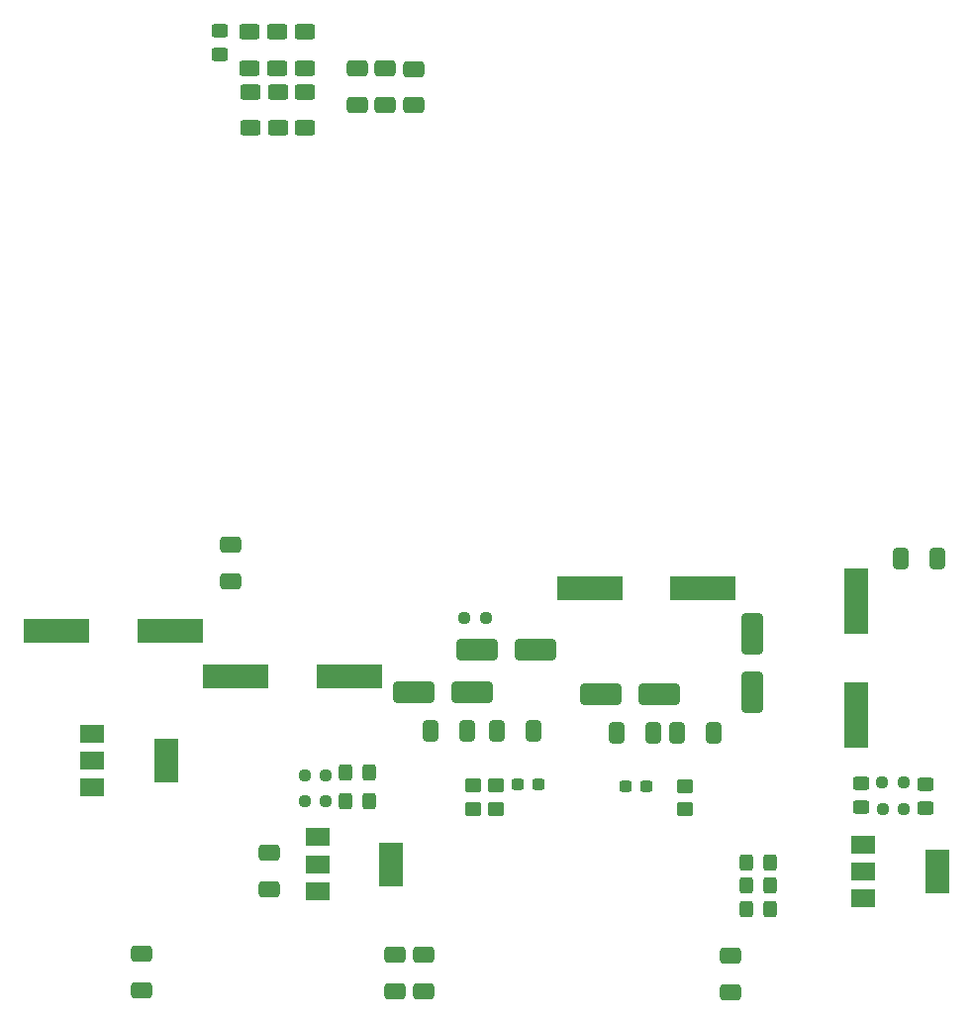
<source format=gbr>
%TF.GenerationSoftware,KiCad,Pcbnew,7.0.9*%
%TF.CreationDate,2024-01-25T19:07:54+05:30*%
%TF.ProjectId,Inverter,496e7665-7274-4657-922e-6b696361645f,rev?*%
%TF.SameCoordinates,Original*%
%TF.FileFunction,Paste,Bot*%
%TF.FilePolarity,Positive*%
%FSLAX46Y46*%
G04 Gerber Fmt 4.6, Leading zero omitted, Abs format (unit mm)*
G04 Created by KiCad (PCBNEW 7.0.9) date 2024-01-25 19:07:54*
%MOMM*%
%LPD*%
G01*
G04 APERTURE LIST*
G04 Aperture macros list*
%AMRoundRect*
0 Rectangle with rounded corners*
0 $1 Rounding radius*
0 $2 $3 $4 $5 $6 $7 $8 $9 X,Y pos of 4 corners*
0 Add a 4 corners polygon primitive as box body*
4,1,4,$2,$3,$4,$5,$6,$7,$8,$9,$2,$3,0*
0 Add four circle primitives for the rounded corners*
1,1,$1+$1,$2,$3*
1,1,$1+$1,$4,$5*
1,1,$1+$1,$6,$7*
1,1,$1+$1,$8,$9*
0 Add four rect primitives between the rounded corners*
20,1,$1+$1,$2,$3,$4,$5,0*
20,1,$1+$1,$4,$5,$6,$7,0*
20,1,$1+$1,$6,$7,$8,$9,0*
20,1,$1+$1,$8,$9,$2,$3,0*%
G04 Aperture macros list end*
%ADD10RoundRect,0.250000X-0.650000X0.412500X-0.650000X-0.412500X0.650000X-0.412500X0.650000X0.412500X0*%
%ADD11RoundRect,0.237500X0.250000X0.237500X-0.250000X0.237500X-0.250000X-0.237500X0.250000X-0.237500X0*%
%ADD12RoundRect,0.250000X0.650000X-0.412500X0.650000X0.412500X-0.650000X0.412500X-0.650000X-0.412500X0*%
%ADD13RoundRect,0.250000X0.625000X-0.400000X0.625000X0.400000X-0.625000X0.400000X-0.625000X-0.400000X0*%
%ADD14R,5.700000X2.000000*%
%ADD15RoundRect,0.250000X-0.450000X0.350000X-0.450000X-0.350000X0.450000X-0.350000X0.450000X0.350000X0*%
%ADD16RoundRect,0.250000X0.412500X0.650000X-0.412500X0.650000X-0.412500X-0.650000X0.412500X-0.650000X0*%
%ADD17RoundRect,0.250000X-0.450000X0.325000X-0.450000X-0.325000X0.450000X-0.325000X0.450000X0.325000X0*%
%ADD18RoundRect,0.250000X-0.412500X-0.650000X0.412500X-0.650000X0.412500X0.650000X-0.412500X0.650000X0*%
%ADD19RoundRect,0.237500X-0.250000X-0.237500X0.250000X-0.237500X0.250000X0.237500X-0.250000X0.237500X0*%
%ADD20RoundRect,0.250000X-0.325000X-0.450000X0.325000X-0.450000X0.325000X0.450000X-0.325000X0.450000X0*%
%ADD21RoundRect,0.237500X-0.300000X-0.237500X0.300000X-0.237500X0.300000X0.237500X-0.300000X0.237500X0*%
%ADD22RoundRect,0.250000X1.500000X0.650000X-1.500000X0.650000X-1.500000X-0.650000X1.500000X-0.650000X0*%
%ADD23RoundRect,0.250000X-0.650000X1.500000X-0.650000X-1.500000X0.650000X-1.500000X0.650000X1.500000X0*%
%ADD24R,2.000000X1.500000*%
%ADD25R,2.000000X3.800000*%
%ADD26RoundRect,0.250000X0.450000X-0.325000X0.450000X0.325000X-0.450000X0.325000X-0.450000X-0.325000X0*%
%ADD27RoundRect,0.250000X0.325000X0.450000X-0.325000X0.450000X-0.325000X-0.450000X0.325000X-0.450000X0*%
%ADD28R,2.000000X5.700000*%
G04 APERTURE END LIST*
D10*
%TO.C,C11*%
X45720000Y-155917500D03*
X45720000Y-159042500D03*
%TD*%
D11*
%TO.C,R22*%
X39825300Y-142773400D03*
X38000300Y-142773400D03*
%TD*%
D12*
%TO.C,C27*%
X44881800Y-83274300D03*
X44881800Y-80149300D03*
%TD*%
D13*
%TO.C,R13*%
X33375600Y-85217600D03*
X33375600Y-82117600D03*
%TD*%
D14*
%TO.C,C32*%
X72085200Y-124587000D03*
X62385200Y-124587000D03*
%TD*%
D13*
%TO.C,R16*%
X38023800Y-85217600D03*
X38023800Y-82117600D03*
%TD*%
D15*
%TO.C,R10*%
X70485000Y-141468600D03*
X70485000Y-143468600D03*
%TD*%
D16*
%TO.C,C22*%
X67831100Y-136956800D03*
X64706100Y-136956800D03*
%TD*%
D15*
%TO.C,R9*%
X52400200Y-141417800D03*
X52400200Y-143417800D03*
%TD*%
D11*
%TO.C,R25*%
X89253700Y-143417400D03*
X87428700Y-143417400D03*
%TD*%
D10*
%TO.C,C14*%
X34975800Y-147205300D03*
X34975800Y-150330300D03*
%TD*%
D17*
%TO.C,D17*%
X91084400Y-141300200D03*
X91084400Y-143350200D03*
%TD*%
D14*
%TO.C,C30*%
X26464000Y-128219200D03*
X16764000Y-128219200D03*
%TD*%
D12*
%TO.C,C26*%
X47320200Y-83299700D03*
X47320200Y-80174700D03*
%TD*%
D13*
%TO.C,R17*%
X33274000Y-80112200D03*
X33274000Y-77012200D03*
%TD*%
D18*
%TO.C,C19*%
X54444500Y-136779000D03*
X57569500Y-136779000D03*
%TD*%
D19*
%TO.C,R26*%
X87377900Y-141156800D03*
X89202900Y-141156800D03*
%TD*%
D20*
%TO.C,D9*%
X75784600Y-151968200D03*
X77834600Y-151968200D03*
%TD*%
D21*
%TO.C,C34*%
X65482300Y-141528800D03*
X67207300Y-141528800D03*
%TD*%
D19*
%TO.C,R2*%
X51665500Y-127127000D03*
X53490500Y-127127000D03*
%TD*%
D22*
%TO.C,D1*%
X57745000Y-129794000D03*
X52745000Y-129794000D03*
%TD*%
D23*
%TO.C,D4*%
X76250800Y-128447800D03*
X76250800Y-133447800D03*
%TD*%
D13*
%TO.C,R15*%
X35646800Y-80112200D03*
X35646800Y-77012200D03*
%TD*%
D24*
%TO.C,U6*%
X85800800Y-151093200D03*
X85800800Y-148793200D03*
D25*
X92100800Y-148793200D03*
D24*
X85800800Y-146493200D03*
%TD*%
D21*
%TO.C,C35*%
X56236700Y-141351000D03*
X57961700Y-141351000D03*
%TD*%
D16*
%TO.C,C21*%
X73012700Y-136956800D03*
X69887700Y-136956800D03*
%TD*%
D24*
%TO.C,U5*%
X19837000Y-141619000D03*
X19837000Y-139319000D03*
D25*
X26137000Y-139319000D03*
D24*
X19837000Y-137019000D03*
%TD*%
D26*
%TO.C,D16*%
X85572600Y-143324800D03*
X85572600Y-141274800D03*
%TD*%
D13*
%TO.C,R7*%
X35712400Y-85217600D03*
X35712400Y-82117600D03*
%TD*%
D10*
%TO.C,C5*%
X24003000Y-155790500D03*
X24003000Y-158915500D03*
%TD*%
D24*
%TO.C,U8*%
X39115600Y-150458200D03*
X39115600Y-148158200D03*
D25*
X45415600Y-148158200D03*
D24*
X39115600Y-145858200D03*
%TD*%
D10*
%TO.C,C6*%
X74396600Y-155956000D03*
X74396600Y-159081000D03*
%TD*%
D15*
%TO.C,R8*%
X54381400Y-141443200D03*
X54381400Y-143443200D03*
%TD*%
D27*
%TO.C,D12*%
X43519200Y-140335000D03*
X41469200Y-140335000D03*
%TD*%
%TO.C,D13*%
X43519200Y-142773400D03*
X41469200Y-142773400D03*
%TD*%
D10*
%TO.C,C16*%
X31623000Y-120865500D03*
X31623000Y-123990500D03*
%TD*%
D26*
%TO.C,D18*%
X30759400Y-78977600D03*
X30759400Y-76927600D03*
%TD*%
D14*
%TO.C,C31*%
X41807000Y-132080000D03*
X32107000Y-132080000D03*
%TD*%
D13*
%TO.C,R14*%
X37998400Y-80112200D03*
X37998400Y-77012200D03*
%TD*%
D20*
%TO.C,D11*%
X75784600Y-148005800D03*
X77834600Y-148005800D03*
%TD*%
D18*
%TO.C,C17*%
X89013900Y-122021600D03*
X92138900Y-122021600D03*
%TD*%
D28*
%TO.C,C33*%
X85140800Y-125682000D03*
X85140800Y-135382000D03*
%TD*%
D12*
%TO.C,C28*%
X42494200Y-83274300D03*
X42494200Y-80149300D03*
%TD*%
D16*
%TO.C,C18*%
X51854500Y-136779000D03*
X48729500Y-136779000D03*
%TD*%
D22*
%TO.C,D5*%
X68311400Y-133654800D03*
X63311400Y-133654800D03*
%TD*%
D10*
%TO.C,C8*%
X48158400Y-155917500D03*
X48158400Y-159042500D03*
%TD*%
D20*
%TO.C,D10*%
X75784600Y-149987000D03*
X77834600Y-149987000D03*
%TD*%
D11*
%TO.C,R21*%
X39799900Y-140589000D03*
X37974900Y-140589000D03*
%TD*%
D22*
%TO.C,D2*%
X52284000Y-133477000D03*
X47284000Y-133477000D03*
%TD*%
M02*

</source>
